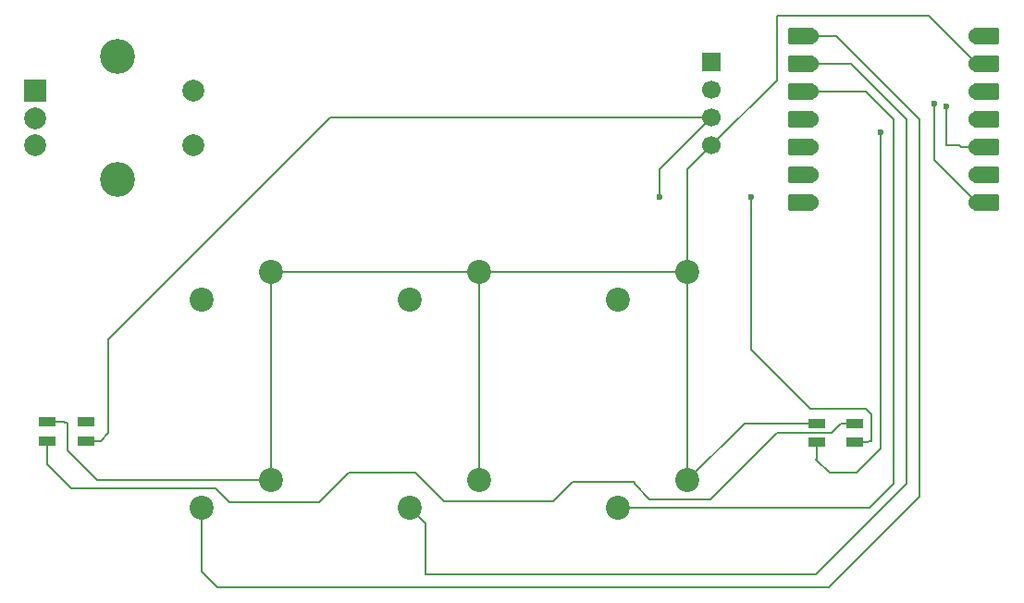
<source format=gbr>
%TF.GenerationSoftware,KiCad,Pcbnew,9.0.7*%
%TF.CreationDate,2026-01-28T20:07:14-06:00*%
%TF.ProjectId,MicroPad actual,4d696372-6f50-4616-9420-61637475616c,rev?*%
%TF.SameCoordinates,Original*%
%TF.FileFunction,Copper,L1,Top*%
%TF.FilePolarity,Positive*%
%FSLAX46Y46*%
G04 Gerber Fmt 4.6, Leading zero omitted, Abs format (unit mm)*
G04 Created by KiCad (PCBNEW 9.0.7) date 2026-01-28 20:07:14*
%MOMM*%
%LPD*%
G01*
G04 APERTURE LIST*
G04 Aperture macros list*
%AMRoundRect*
0 Rectangle with rounded corners*
0 $1 Rounding radius*
0 $2 $3 $4 $5 $6 $7 $8 $9 X,Y pos of 4 corners*
0 Add a 4 corners polygon primitive as box body*
4,1,4,$2,$3,$4,$5,$6,$7,$8,$9,$2,$3,0*
0 Add four circle primitives for the rounded corners*
1,1,$1+$1,$2,$3*
1,1,$1+$1,$4,$5*
1,1,$1+$1,$6,$7*
1,1,$1+$1,$8,$9*
0 Add four rect primitives between the rounded corners*
20,1,$1+$1,$2,$3,$4,$5,0*
20,1,$1+$1,$4,$5,$6,$7,0*
20,1,$1+$1,$6,$7,$8,$9,0*
20,1,$1+$1,$8,$9,$2,$3,0*%
G04 Aperture macros list end*
%TA.AperFunction,SMDPad,CuDef*%
%ADD10R,1.600000X0.850000*%
%TD*%
%TA.AperFunction,ComponentPad*%
%ADD11R,2.000000X2.000000*%
%TD*%
%TA.AperFunction,ComponentPad*%
%ADD12C,2.000000*%
%TD*%
%TA.AperFunction,ComponentPad*%
%ADD13C,3.200000*%
%TD*%
%TA.AperFunction,ComponentPad*%
%ADD14C,2.200000*%
%TD*%
%TA.AperFunction,SMDPad,CuDef*%
%ADD15RoundRect,0.152400X1.063600X0.609600X-1.063600X0.609600X-1.063600X-0.609600X1.063600X-0.609600X0*%
%TD*%
%TA.AperFunction,ComponentPad*%
%ADD16C,1.524000*%
%TD*%
%TA.AperFunction,SMDPad,CuDef*%
%ADD17RoundRect,0.152400X-1.063600X-0.609600X1.063600X-0.609600X1.063600X0.609600X-1.063600X0.609600X0*%
%TD*%
%TA.AperFunction,ComponentPad*%
%ADD18R,1.700000X1.700000*%
%TD*%
%TA.AperFunction,ComponentPad*%
%ADD19C,1.700000*%
%TD*%
%TA.AperFunction,ViaPad*%
%ADD20C,0.600000*%
%TD*%
%TA.AperFunction,Conductor*%
%ADD21C,0.200000*%
%TD*%
G04 APERTURE END LIST*
D10*
%TO.P,D2,1,VSS*%
%TO.N,GND*%
X86850000Y-68175000D03*
%TO.P,D2,2,DIN*%
%TO.N,Net-(D1-DOUT)*%
X86850000Y-69925000D03*
%TO.P,D2,3,VDD*%
%TO.N,VCC*%
X90350000Y-69925000D03*
%TO.P,D2,4,DOUT*%
%TO.N,unconnected-(D2-DOUT-Pad4)*%
X90350000Y-68175000D03*
%TD*%
%TO.P,D1,1,VSS*%
%TO.N,GND*%
X157250000Y-68300000D03*
%TO.P,D1,2,DIN*%
%TO.N,Net-(D1-DIN)*%
X157250000Y-70050000D03*
%TO.P,D1,3,VDD*%
%TO.N,VCC*%
X160750000Y-70050000D03*
%TO.P,D1,4,DOUT*%
%TO.N,Net-(D1-DOUT)*%
X160750000Y-68300000D03*
%TD*%
D11*
%TO.P,SW7,A,A*%
%TO.N,Net-(U1-GPIO4{slash}MISO)*%
X85725000Y-37862500D03*
D12*
%TO.P,SW7,B,B*%
%TO.N,Net-(U1-GPIO2{slash}SCK)*%
X85725000Y-42862500D03*
%TO.P,SW7,C,C*%
%TO.N,GND*%
X85725000Y-40362500D03*
D13*
%TO.P,SW7,MP*%
%TO.N,N/C*%
X93225000Y-34762500D03*
X93225000Y-45962500D03*
D12*
%TO.P,SW7,S1*%
X100225000Y-42862500D03*
%TO.P,SW7,S2*%
X100225000Y-37862500D03*
%TD*%
D14*
%TO.P,SW3,1,1*%
%TO.N,GND*%
X145415000Y-73501250D03*
%TO.P,SW3,2,2*%
%TO.N,Net-(U1-GPIO28{slash}ADC2{slash}A2)*%
X139065000Y-76041250D03*
%TD*%
%TO.P,SW6,1,1*%
%TO.N,GND*%
X145415000Y-54451250D03*
%TO.P,SW6,2,2*%
%TO.N,Net-(U1-GPIO7{slash}SCL)*%
X139065000Y-56991250D03*
%TD*%
%TO.P,SW1,1,1*%
%TO.N,GND*%
X107315000Y-73501250D03*
%TO.P,SW1,2,2*%
%TO.N,Net-(U1-GPIO26{slash}ADC0{slash}A0)*%
X100965000Y-76041250D03*
%TD*%
%TO.P,SW5,1,1*%
%TO.N,GND*%
X126365000Y-54451250D03*
%TO.P,SW5,2,2*%
%TO.N,Net-(U1-GPIO6{slash}SDA)*%
X120015000Y-56991250D03*
%TD*%
D15*
%TO.P,U1,1,GPIO26/ADC0/A0*%
%TO.N,Net-(U1-GPIO26{slash}ADC0{slash}A0)*%
X155851250Y-32861250D03*
D16*
X156686250Y-32861250D03*
D15*
%TO.P,U1,2,GPIO27/ADC1/A1*%
%TO.N,Net-(U1-GPIO27{slash}ADC1{slash}A1)*%
X155851250Y-35401250D03*
D16*
X156686250Y-35401250D03*
D15*
%TO.P,U1,3,GPIO28/ADC2/A2*%
%TO.N,Net-(U1-GPIO28{slash}ADC2{slash}A2)*%
X155851250Y-37941250D03*
D16*
X156686250Y-37941250D03*
D15*
%TO.P,U1,4,GPIO29/ADC3/A3*%
%TO.N,Net-(U1-GPIO29{slash}ADC3{slash}A3)*%
X155851250Y-40481250D03*
D16*
X156686250Y-40481250D03*
D15*
%TO.P,U1,5,GPIO6/SDA*%
%TO.N,Net-(U1-GPIO6{slash}SDA)*%
X155851250Y-43021250D03*
D16*
X156686250Y-43021250D03*
D15*
%TO.P,U1,6,GPIO7/SCL*%
%TO.N,Net-(U1-GPIO7{slash}SCL)*%
X155851250Y-45561250D03*
D16*
X156686250Y-45561250D03*
D15*
%TO.P,U1,7,GPIO0/TX*%
%TO.N,Net-(J1-Pin_2)*%
X155851250Y-48101250D03*
D16*
X156686250Y-48101250D03*
%TO.P,U1,8,GPIO1/RX*%
%TO.N,Net-(J1-Pin_1)*%
X171926250Y-48101250D03*
D17*
X172761250Y-48101250D03*
D16*
%TO.P,U1,9,GPIO2/SCK*%
%TO.N,Net-(U1-GPIO2{slash}SCK)*%
X171926250Y-45561250D03*
D17*
X172761250Y-45561250D03*
D16*
%TO.P,U1,10,GPIO4/MISO*%
%TO.N,Net-(U1-GPIO4{slash}MISO)*%
X171926250Y-43021250D03*
D17*
X172761250Y-43021250D03*
D16*
%TO.P,U1,11,GPIO3/MOSI*%
%TO.N,Net-(D1-DIN)*%
X171926250Y-40481250D03*
D17*
X172761250Y-40481250D03*
D16*
%TO.P,U1,12,3V3*%
%TO.N,unconnected-(U1-3V3-Pad12)*%
X171926250Y-37941250D03*
D17*
X172761250Y-37941250D03*
D16*
%TO.P,U1,13,GND*%
%TO.N,GND*%
X171926250Y-35401250D03*
D17*
X172761250Y-35401250D03*
D16*
%TO.P,U1,14,VBUS*%
%TO.N,+5V*%
X171926250Y-32861250D03*
D17*
X172761250Y-32861250D03*
%TD*%
D18*
%TO.P,J1,1,Pin_1*%
%TO.N,Net-(J1-Pin_1)*%
X147637500Y-35242500D03*
D19*
%TO.P,J1,2,Pin_2*%
%TO.N,Net-(J1-Pin_2)*%
X147637500Y-37782500D03*
%TO.P,J1,3,Pin_3*%
%TO.N,VCC*%
X147637500Y-40322500D03*
%TO.P,J1,4,Pin_4*%
%TO.N,GND*%
X147637500Y-42862500D03*
%TD*%
D14*
%TO.P,SW2,1,1*%
%TO.N,GND*%
X126365000Y-73501250D03*
%TO.P,SW2,2,2*%
%TO.N,Net-(U1-GPIO27{slash}ADC1{slash}A1)*%
X120015000Y-76041250D03*
%TD*%
%TO.P,SW4,1,1*%
%TO.N,GND*%
X107315000Y-54451250D03*
%TO.P,SW4,2,2*%
%TO.N,Net-(U1-GPIO29{slash}ADC3{slash}A3)*%
X100965000Y-56991250D03*
%TD*%
D20*
%TO.N,VCC*%
X151212550Y-47626000D03*
X142878000Y-47626000D03*
%TO.N,Net-(D1-DIN)*%
X163119050Y-41672750D03*
%TO.N,Net-(J1-Pin_1)*%
X168000000Y-39000000D03*
%TO.N,Net-(U1-GPIO4{slash}MISO)*%
X169072300Y-39291450D03*
X169072300Y-39291450D03*
X169072300Y-39291450D03*
%TD*%
D21*
%TO.N,Net-(D1-DOUT)*%
X89050000Y-74300000D02*
X86850000Y-72100000D01*
X102250000Y-74300000D02*
X89050000Y-74300000D01*
X103500000Y-75550000D02*
X102250000Y-74300000D01*
X111700000Y-75550000D02*
X103500000Y-75550000D01*
X114450000Y-72800000D02*
X111700000Y-75550000D01*
X120500000Y-72800000D02*
X114450000Y-72800000D01*
X123150000Y-75450000D02*
X120500000Y-72800000D01*
X133150000Y-75450000D02*
X123150000Y-75450000D01*
X134900000Y-73700000D02*
X133150000Y-75450000D01*
X147500000Y-75250000D02*
X141944936Y-75250000D01*
X140550000Y-73855064D02*
X140550000Y-73700000D01*
X141944936Y-75250000D02*
X140550000Y-73855064D01*
X153600000Y-69150000D02*
X147500000Y-75250000D01*
X86850000Y-72100000D02*
X86850000Y-69925000D01*
X140550000Y-73700000D02*
X134900000Y-73700000D01*
X158600000Y-69150000D02*
X153600000Y-69150000D01*
X160750000Y-68300000D02*
X159450000Y-68300000D01*
X159450000Y-68300000D02*
X158600000Y-69150000D01*
%TO.N,GND*%
X150616250Y-68300000D02*
X157250000Y-68300000D01*
X88400000Y-68250000D02*
X88325000Y-68175000D01*
X88650000Y-68250000D02*
X88400000Y-68250000D01*
X88650000Y-70750000D02*
X88650000Y-68250000D01*
X91401250Y-73501250D02*
X88650000Y-70750000D01*
X107315000Y-73501250D02*
X91401250Y-73501250D01*
X88325000Y-68175000D02*
X86850000Y-68175000D01*
X145415000Y-73501250D02*
X150616250Y-68300000D01*
%TO.N,VCC*%
X161950000Y-70050000D02*
X160750000Y-70050000D01*
X162050000Y-69950000D02*
X161950000Y-70050000D01*
X162250000Y-67450000D02*
X162250000Y-69950000D01*
X162250000Y-69950000D02*
X162050000Y-69950000D01*
X161781250Y-66981250D02*
X162250000Y-67450000D01*
X156668750Y-66981250D02*
X151212550Y-61525050D01*
X156668750Y-66981250D02*
X161781250Y-66981250D01*
%TO.N,Net-(D1-DIN)*%
X157200000Y-71600000D02*
X157250000Y-71550000D01*
X157250000Y-71550000D02*
X157250000Y-70050000D01*
X160900000Y-72800000D02*
X158400000Y-72800000D01*
X163119050Y-41672750D02*
X163119050Y-70580950D01*
X163119050Y-70580950D02*
X160900000Y-72800000D01*
X158400000Y-72800000D02*
X157200000Y-71600000D01*
%TO.N,VCC*%
X92431250Y-69218750D02*
X91725000Y-69925000D01*
X92431250Y-60631250D02*
X92431250Y-69218750D01*
X91725000Y-69925000D02*
X90350000Y-69925000D01*
X92431250Y-60631250D02*
X112740000Y-40322500D01*
X151212550Y-61525050D02*
X151212550Y-47626000D01*
X142878000Y-47626000D02*
X142878000Y-45082000D01*
X112740000Y-40322500D02*
X147637500Y-40322500D01*
X142878000Y-45082000D02*
X147637500Y-40322500D01*
%TO.N,GND*%
X145415000Y-73501250D02*
X145415000Y-54451250D01*
X107315000Y-73501250D02*
X107315000Y-54451250D01*
X107315000Y-54451250D02*
X126365000Y-54451250D01*
X167481900Y-30956900D02*
X171926250Y-35401250D01*
X145415000Y-54451250D02*
X145415000Y-45085000D01*
X126365000Y-73501250D02*
X126365000Y-54451250D01*
X147637500Y-42862500D02*
X153593850Y-36906150D01*
X145415000Y-45085000D02*
X147637500Y-42862500D01*
X153593850Y-30956900D02*
X167481900Y-30956900D01*
X153593850Y-36906150D02*
X153593850Y-30956900D01*
X126365000Y-54451250D02*
X145415000Y-54451250D01*
%TO.N,Net-(J1-Pin_1)*%
X168000000Y-44175000D02*
X171926250Y-48101250D01*
X168000000Y-39000000D02*
X168000000Y-44175000D01*
%TO.N,Net-(U1-GPIO26{slash}ADC0{slash}A0)*%
X166691000Y-40482100D02*
X159070150Y-32861250D01*
X100965000Y-76041250D02*
X100965000Y-81914600D01*
X158356450Y-83345500D02*
X166691000Y-75010950D01*
X159070150Y-32861250D02*
X156686250Y-32861250D01*
X100965000Y-81914600D02*
X102395900Y-83345500D01*
X102395900Y-83345500D02*
X158356450Y-83345500D01*
X166691000Y-75010950D02*
X166691000Y-40482100D01*
%TO.N,Net-(U1-GPIO27{slash}ADC1{slash}A1)*%
X120015000Y-76041250D02*
X121446300Y-77472550D01*
X165500350Y-73820300D02*
X165500350Y-40482100D01*
X160419500Y-35401250D02*
X156686250Y-35401250D01*
X157165800Y-82154850D02*
X165500350Y-73820300D01*
X165500350Y-40482100D02*
X160419500Y-35401250D01*
X121446300Y-77472550D02*
X121446300Y-82154850D01*
X121446300Y-82154850D02*
X157165800Y-82154850D01*
%TO.N,Net-(U1-GPIO28{slash}ADC2{slash}A2)*%
X162083750Y-76041250D02*
X164306250Y-73818750D01*
X164306250Y-73818750D02*
X164306250Y-40481250D01*
X164306250Y-40481250D02*
X161766250Y-37941250D01*
X161766250Y-37941250D02*
X156686250Y-37941250D01*
X139065000Y-76041250D02*
X162083750Y-76041250D01*
%TO.N,Net-(U1-GPIO4{slash}MISO)*%
X170420800Y-43021250D02*
X171926250Y-43021250D01*
X169072300Y-42863400D02*
X170262950Y-42863400D01*
X169072300Y-39291450D02*
X169072300Y-42863400D01*
X170262950Y-42863400D02*
X170420800Y-43021250D01*
%TD*%
M02*

</source>
